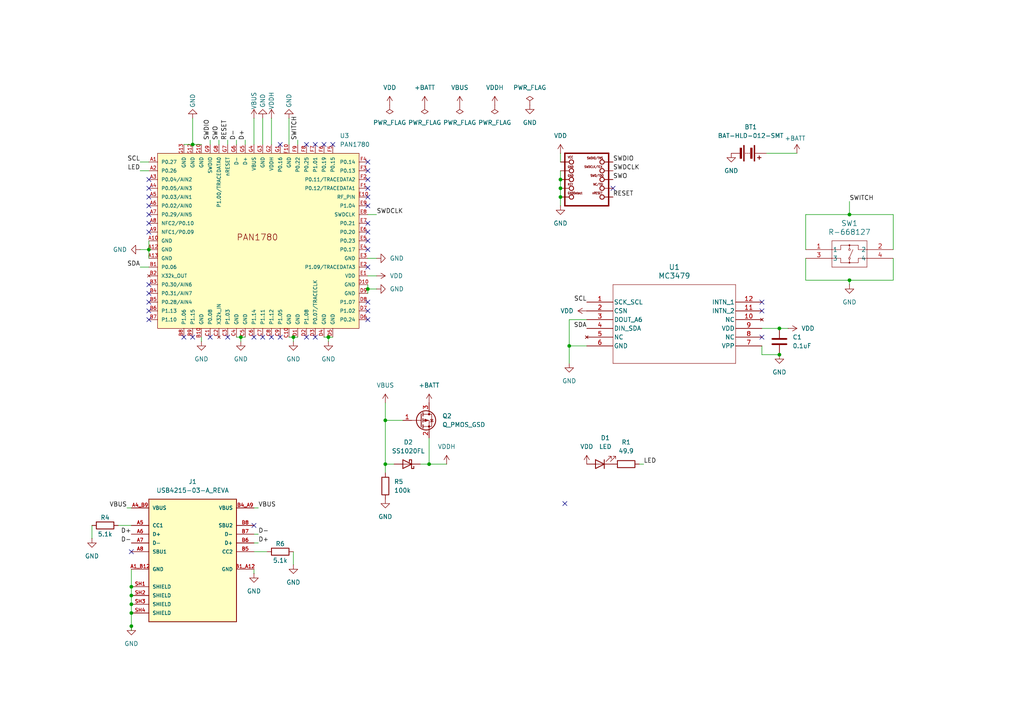
<source format=kicad_sch>
(kicad_sch (version 20231120) (generator "eeschema") (generator_version "8.0")
  (paper "A4")
  (lib_symbols
    (symbol "Device:Battery" (pin_numbers hide) (pin_names (offset 0) hide)
      (property "Reference" "BT" (at 2.54 2.54 0))
      (property "Value" "Battery" (at 2.54 0 0))
      (symbol "Battery_0_1"
        (rectangle (start -2.286 -1.27) (end 2.286 -1.524) (fill (type outline)))
        (rectangle (start -2.286 1.778) (end 2.286 1.524) (fill (type outline)))
        (rectangle (start -1.524 -2.032) (end 1.524 -2.54) (fill (type outline)))
        (rectangle (start -1.524 1.016) (end 1.524 0.508) (fill (type outline)))
        (polyline (pts (xy 0 -1.016) (xy 0 -0.762)))
        (polyline (pts (xy 0 -0.508) (xy 0 -0.254)))
        (polyline (pts (xy 0 0) (xy 0 0.254)))
        (polyline (pts (xy 0 1.778) (xy 0 2.54)))
        (polyline (pts (xy 0.762 3.048) (xy 1.778 3.048)) (stroke (width 0.254)))
        (polyline (pts (xy 1.27 3.556) (xy 1.27 2.54)) (stroke (width 0.254)))
      )
      (symbol "Battery_1_1"
        (pin passive line (at 0 5.08 270) (length 2.54) (name "+") (number "1"))
        (pin passive line (at 0 -5.08 90) (length 2.54) (name "-") (number "2"))
      )
    )
    (symbol "Device:C" (pin_numbers hide) (pin_names (offset 0.254))
      (property "Reference" "C" (at 0.635 2.54 0))
      (property "Value" "C" (at 0.635 -2.54 0))
      (symbol "C_0_1"
        (polyline (pts (xy -2.032 -0.762) (xy 2.032 -0.762)) (stroke (width 0.508)))
        (polyline (pts (xy -2.032 0.762) (xy 2.032 0.762)) (stroke (width 0.508)))
      )
      (symbol "C_1_1"
        (pin passive line (at 0 3.81 270) (length 2.794) (name "~") (number "1"))
        (pin passive line (at 0 -3.81 90) (length 2.794) (name "~") (number "2"))
      )
    )
    (symbol "Device:D_Schottky" (pin_numbers hide) (pin_names (offset 1.016) hide)
      (property "Reference" "D" (at 0 2.54 0))
      (property "Value" "D_Schottky" (at 0 -2.54 0))
      (symbol "D_Schottky_0_1"
        (polyline (pts (xy 1.27 0) (xy -1.27 0)))
        (polyline (pts (xy 1.27 1.27) (xy 1.27 -1.27) (xy -1.27 0) (xy 1.27 1.27)) (stroke (width 0.254)))
        (polyline (pts (xy -1.905 0.635) (xy -1.905 1.27) (xy -1.27 1.27) (xy -1.27 -1.27) (xy -0.635 -1.27) (xy -0.635 -0.635)) (stroke (width 0.254)))
      )
      (symbol "D_Schottky_1_1"
        (pin passive line (at -3.81 0 0) (length 2.54) (name "K") (number "1"))
        (pin passive line (at 3.81 0 180) (length 2.54) (name "A") (number "2"))
      )
    )
    (symbol "Device:LED" (pin_numbers hide) (pin_names (offset 1.016) hide)
      (property "Reference" "D" (at 0 2.54 0))
      (property "Value" "LED" (at 0 -2.54 0))
      (symbol "LED_0_1"
        (polyline (pts (xy -1.27 -1.27) (xy -1.27 1.27)) (stroke (width 0.254)))
        (polyline (pts (xy -1.27 0) (xy 1.27 0)))
        (polyline (pts (xy 1.27 -1.27) (xy 1.27 1.27) (xy -1.27 0) (xy 1.27 -1.27)) (stroke (width 0.254)))
        (polyline (pts (xy -3.048 -0.762) (xy -4.572 -2.286) (xy -3.81 -2.286) (xy -4.572 -2.286) (xy -4.572 -1.524)))
        (polyline (pts (xy -1.778 -0.762) (xy -3.302 -2.286) (xy -2.54 -2.286) (xy -3.302 -2.286) (xy -3.302 -1.524)))
      )
      (symbol "LED_1_1"
        (pin passive line (at -3.81 0 0) (length 2.54) (name "K") (number "1"))
        (pin passive line (at 3.81 0 180) (length 2.54) (name "A") (number "2"))
      )
    )
    (symbol "Device:Q_PMOS_GSD" (pin_names (offset 0) hide)
      (property "Reference" "Q" (at 5.08 1.27 0))
      (property "Value" "Q_PMOS_GSD" (at 5.08 -1.27 0))
      (symbol "Q_PMOS_GSD_0_1"
        (polyline (pts (xy 0.254 0) (xy -2.54 0)))
        (polyline (pts (xy 0.254 1.905) (xy 0.254 -1.905)) (stroke (width 0.254)))
        (polyline (pts (xy 0.762 -1.27) (xy 0.762 -2.286)) (stroke (width 0.254)))
        (polyline (pts (xy 0.762 0.508) (xy 0.762 -0.508)) (stroke (width 0.254)))
        (polyline (pts (xy 0.762 2.286) (xy 0.762 1.27)) (stroke (width 0.254)))
        (polyline (pts (xy 2.54 2.54) (xy 2.54 1.778)))
        (polyline (pts (xy 2.54 -2.54) (xy 2.54 0) (xy 0.762 0)))
        (polyline (pts (xy 0.762 1.778) (xy 3.302 1.778) (xy 3.302 -1.778) (xy 0.762 -1.778)))
        (polyline (pts (xy 2.286 0) (xy 1.27 0.381) (xy 1.27 -0.381) (xy 2.286 0)) (fill (type outline)))
        (polyline (pts (xy 2.794 -0.508) (xy 2.921 -0.381) (xy 3.683 -0.381) (xy 3.81 -0.254)))
        (polyline (pts (xy 3.302 -0.381) (xy 2.921 0.254) (xy 3.683 0.254) (xy 3.302 -0.381)))
        (circle (center 1.651 0) (radius 2.794) (stroke (width 0.254)))
        (circle (center 2.54 -1.778) (radius 0.254) (fill (type outline)))
        (circle (center 2.54 1.778) (radius 0.254) (fill (type outline)))
      )
      (symbol "Q_PMOS_GSD_1_1"
        (pin input line (at -5.08 0 0) (length 2.54) (name "G") (number "1"))
        (pin passive line (at 2.54 -5.08 90) (length 2.54) (name "S") (number "2"))
        (pin passive line (at 2.54 5.08 270) (length 2.54) (name "D") (number "3"))
      )
    )
    (symbol "Device:R" (pin_numbers hide) (pin_names (offset 0))
      (property "Reference" "R" (at 2.032 0 90))
      (property "Value" "R" (at 0 0 90))
      (symbol "R_0_1"
        (rectangle (start -1.016 -2.54) (end 1.016 2.54) (stroke (width 0.254)))
      )
      (symbol "R_1_1"
        (pin passive line (at 0 3.81 270) (length 1.27) (name "~") (number "1"))
        (pin passive line (at 0 -3.81 90) (length 1.27) (name "~") (number "2"))
      )
    )
    (symbol "Snapeda:MC3479" (pin_names (offset 0.254))
      (property "Reference" "U1" (at 25.4 10.16 0))
      (property "Value" "MC3479" (at 25.4 7.62 0))
      (symbol "MC3479_0_1"
        (polyline (pts (xy 7.62 -17.78) (xy 43.18 -17.78)) (stroke (width 0.127)))
        (polyline (pts (xy 7.62 5.08) (xy 7.62 -17.78)) (stroke (width 0.127)))
        (polyline (pts (xy 43.18 -17.78) (xy 43.18 5.08)) (stroke (width 0.127)))
        (polyline (pts (xy 43.18 5.08) (xy 7.62 5.08)) (stroke (width 0.127)))
        (pin unspecified line (at 50.8 -2.54 180) (length 7.62) (name "INTN_2") (number "11"))
        (pin unspecified line (at 50.8 0 180) (length 7.62) (name "INTN_1") (number "12"))
        (pin unspecified line (at 50.8 -10.16 180) (length 7.62) (name "NC") (number "8"))
      )
      (symbol "MC3479_1_1"
        (pin open_collector line (at 0 0 0) (length 7.62) (name "SCK_SCL") (number "1"))
        (pin no_connect line (at 50.8 -5.08 180) (length 7.62) (name "NC") (number "10"))
        (pin power_in line (at 0 -2.54 0) (length 7.62) (name "CSN") (number "2"))
        (pin power_in line (at 0 -5.08 0) (length 7.62) (name "DOUT_A6") (number "3"))
        (pin open_collector line (at 0 -7.62 0) (length 7.62) (name "DIN_SDA") (number "4"))
        (pin no_connect line (at 0 -10.16 0) (length 7.62) (name "NC") (number "5"))
        (pin power_in line (at 0 -12.7 0) (length 7.62) (name "GND") (number "6"))
        (pin power_in line (at 50.8 -12.7 180) (length 7.62) (name "VPP") (number "7"))
        (pin power_in line (at 50.8 -7.62 180) (length 7.62) (name "VDD") (number "9"))
      )
    )
    (symbol "Snapeda:PAN1780" (pin_names (offset 1.016))
      (property "Reference" "U" (at -33.02 27.94 0))
      (property "Value" "PAN1780" (at -33.02 -30.48 0))
      (symbol "PAN1780_0_0"
        (rectangle (start -27.94 25.4) (end 30.48 -25.4) (stroke (width 0.1524)) (fill (type background)))
        (text "PAN1780" (at -5.08 0 0) (effects (font (size 1.778 1.778)) (justify left bottom)))
        (pin bidirectional line (at -30.48 22.86 0) (length 2.54) (name "P0.27") (number "A1"))
        (pin power_in line (at -30.48 0 0) (length 2.54) (name "GND") (number "A10"))
        (pin power_in line (at -30.48 -2.54 0) (length 2.54) (name "GND") (number "A12"))
        (pin power_in line (at -30.48 -5.08 0) (length 2.54) (name "GND") (number "A13"))
        (pin bidirectional line (at -30.48 20.32 0) (length 2.54) (name "P0.26") (number "A2"))
        (pin bidirectional line (at -30.48 17.78 0) (length 2.54) (name "P0.04/AIN2") (number "A3"))
        (pin bidirectional line (at -30.48 15.24 0) (length 2.54) (name "P0.05/AIN3") (number "A4"))
        (pin bidirectional line (at -30.48 12.7 0) (length 2.54) (name "P0.03/AIN1") (number "A5"))
        (pin bidirectional line (at -30.48 10.16 0) (length 2.54) (name "P0.02/AIN0") (number "A6"))
        (pin bidirectional line (at -30.48 7.62 0) (length 2.54) (name "P0.29/AIN5") (number "A7"))
        (pin bidirectional line (at -30.48 -7.62 0) (length 2.54) (name "P0.06") (number "B1"))
        (pin power_in line (at -15.24 -27.94 90) (length 2.54) (name "GND") (number "B10"))
        (pin no_connect line (at -30.48 -10.16 0) (length 2.54) (name "X32k_OUT") (number "B2"))
        (pin bidirectional line (at -30.48 -12.7 0) (length 2.54) (name "P0.30/AIN6") (number "B3"))
        (pin bidirectional line (at -30.48 -15.24 0) (length 2.54) (name "P0.31/AIN7") (number "B4"))
        (pin bidirectional line (at -30.48 -17.78 0) (length 2.54) (name "P0.28/AIN4") (number "B5"))
        (pin bidirectional line (at -30.48 -20.32 0) (length 2.54) (name "P1.13") (number "B6"))
        (pin bidirectional line (at -30.48 -22.86 0) (length 2.54) (name "P1.10") (number "B7"))
        (pin bidirectional line (at -20.32 -27.94 90) (length 2.54) (name "P1.06") (number "B8"))
        (pin bidirectional line (at -17.78 -27.94 90) (length 2.54) (name "P1.15") (number "B9"))
        (pin bidirectional line (at -12.7 -27.94 90) (length 2.54) (name "P0.08") (number "C1"))
        (pin power_in line (at 10.16 -27.94 90) (length 2.54) (name "GND") (number "C10"))
        (pin no_connect line (at -10.16 -27.94 90) (length 2.54) (name "X32k_IN") (number "C2"))
        (pin bidirectional line (at -7.62 -27.94 90) (length 2.54) (name "P1.03") (number "C3"))
        (pin power_in line (at -5.08 -27.94 90) (length 2.54) (name "GND") (number "C4"))
        (pin power_in line (at -2.54 -27.94 90) (length 2.54) (name "GND") (number "C5"))
        (pin bidirectional line (at 0 -27.94 90) (length 2.54) (name "P1.14") (number "C6"))
        (pin bidirectional line (at 2.54 -27.94 90) (length 2.54) (name "P1.11") (number "C7"))
        (pin bidirectional line (at 5.08 -27.94 90) (length 2.54) (name "P1.12") (number "C8"))
        (pin bidirectional line (at 7.62 -27.94 90) (length 2.54) (name "P1.05") (number "C9"))
        (pin power_in line (at 12.7 -27.94 90) (length 2.54) (name "GND") (number "D1"))
        (pin power_in line (at 33.02 -12.7 180) (length 2.54) (name "GND") (number "D10"))
        (pin bidirectional line (at 15.24 -27.94 90) (length 2.54) (name "P1.08") (number "D2"))
        (pin power_in line (at 20.32 -27.94 90) (length 2.54) (name "GND") (number "D4"))
        (pin power_in line (at 22.86 -27.94 90) (length 2.54) (name "GND") (number "D5"))
        (pin bidirectional line (at 33.02 -22.86 180) (length 2.54) (name "P0.24") (number "D6"))
        (pin bidirectional line (at 33.02 -20.32 180) (length 2.54) (name "P1.02") (number "D7"))
        (pin bidirectional line (at 33.02 -17.78 180) (length 2.54) (name "P1.07") (number "D8"))
        (pin power_in line (at 33.02 -15.24 180) (length 2.54) (name "GND") (number "D9"))
        (pin bidirectional line (at 33.02 12.7 180) (length 2.54) (name "RF_PIN") (number "E10"))
        (pin power_in line (at 33.02 -5.08 180) (length 2.54) (name "GND") (number "E3"))
        (pin bidirectional line (at 33.02 -2.54 180) (length 2.54) (name "P0.17") (number "E4"))
        (pin bidirectional line (at 33.02 0 180) (length 2.54) (name "P0.23") (number "E5"))
        (pin bidirectional line (at 33.02 2.54 180) (length 2.54) (name "P0.20") (number "E6"))
        (pin bidirectional line (at 33.02 5.08 180) (length 2.54) (name "P0.21") (number "E7"))
        (pin bidirectional line (at 33.02 7.62 180) (length 2.54) (name "SWDCLK") (number "E8"))
        (pin bidirectional line (at 33.02 10.16 180) (length 2.54) (name "P1.04") (number "E9"))
        (pin power_in line (at 10.16 27.94 270) (length 2.54) (name "GND") (number "F10"))
        (pin bidirectional line (at 33.02 20.32 180) (length 2.54) (name "P0.13") (number "F3"))
        (pin bidirectional line (at 33.02 22.86 180) (length 2.54) (name "P0.14") (number "F4"))
        (pin bidirectional line (at 22.86 27.94 270) (length 2.54) (name "P0.15") (number "F5"))
        (pin bidirectional line (at 20.32 27.94 270) (length 2.54) (name "P0.19") (number "F6"))
        (pin bidirectional line (at 17.78 27.94 270) (length 2.54) (name "P1.01") (number "F7"))
        (pin bidirectional line (at 15.24 27.94 270) (length 2.54) (name "P0.25") (number "F8"))
        (pin bidirectional line (at 12.7 27.94 270) (length 2.54) (name "P0.22") (number "F9"))
        (pin bidirectional line (at 7.62 27.94 270) (length 2.54) (name "P0.16") (number "G1"))
        (pin power_in line (at -15.24 27.94 270) (length 2.54) (name "GND") (number "G10"))
        (pin power_in line (at -17.78 27.94 270) (length 2.54) (name "GND") (number "G12"))
        (pin power_in line (at -20.32 27.94 270) (length 2.54) (name "GND") (number "G13"))
        (pin power_in line (at 2.54 27.94 270) (length 2.54) (name "GND") (number "G3"))
        (pin input line (at -7.62 27.94 270) (length 2.54) (name "nRESET") (number "G7"))
        (pin bidirectional line (at -12.7 27.94 270) (length 2.54) (name "SWDIO") (number "G9"))
      )
      (symbol "PAN1780_1_0"
        (pin bidirectional line (at -30.48 5.08 0) (length 2.54) (name "NFC2/P0.10") (number "A8"))
        (pin bidirectional line (at -30.48 2.54 0) (length 2.54) (name "NFC1/P0.09") (number "A9"))
        (pin bidirectional line (at 17.78 -27.94 90) (length 2.54) (name "P0.07/TRACECLK") (number "D3"))
        (pin power_in line (at 33.02 -10.16 180) (length 2.54) (name "VDD") (number "E1"))
        (pin bidirectional line (at 33.02 -7.62 180) (length 2.54) (name "P1.09/TRACEDATA3") (number "E2"))
        (pin bidirectional line (at 33.02 15.24 180) (length 2.54) (name "P0.12/TRACEDATA1") (number "F1"))
        (pin bidirectional line (at 33.02 17.78 180) (length 2.54) (name "P0.11/TRACEDATA2") (number "F2"))
        (pin power_in line (at 5.08 27.94 270) (length 2.54) (name "VDDH") (number "G2"))
        (pin power_in line (at 0 27.94 270) (length 2.54) (name "VBUS") (number "G4"))
        (pin bidirectional line (at -2.54 27.94 270) (length 2.54) (name "D+") (number "G5"))
        (pin bidirectional line (at -5.08 27.94 270) (length 2.54) (name "D-") (number "G6"))
        (pin bidirectional line (at -10.16 27.94 270) (length 2.54) (name "P1.00/TRACEDATA0") (number "G8"))
      )
    )
    (symbol "Snapeda:R-668127" (pin_names (offset 0.254))
      (property "Reference" "SW" (at 12.7 7.62 0))
      (property "Value" "R-668127" (at 12.7 5.08 0))
      (symbol "R-668127_0_1"
        (polyline (pts (xy 7.62 -5.08) (xy 17.78 -5.08)) (stroke (width 0.127)))
        (polyline (pts (xy 7.62 0) (xy 10.16 0)) (stroke (width 0.127)))
        (polyline (pts (xy 7.62 2.54) (xy 7.62 -5.08)) (stroke (width 0.127)))
        (polyline (pts (xy 10.16 -3.81) (xy 10.16 -2.54)) (stroke (width 0.127)))
        (polyline (pts (xy 10.16 -2.54) (xy 7.62 -2.54)) (stroke (width 0.127)))
        (polyline (pts (xy 10.16 0) (xy 10.16 1.27)) (stroke (width 0.127)))
        (polyline (pts (xy 10.16 1.27) (xy 15.24 1.27)) (stroke (width 0.127)))
        (polyline (pts (xy 12.7 -2.794) (xy 12.7 -3.81)) (stroke (width 0.127)))
        (polyline (pts (xy 12.7 1.27) (xy 12.7 0.254)) (stroke (width 0.127)))
        (polyline (pts (xy 13.716 0) (xy 12.7 -2.286)) (stroke (width 0.127)))
        (polyline (pts (xy 15.24 -3.81) (xy 10.16 -3.81)) (stroke (width 0.127)))
        (polyline (pts (xy 15.24 -2.54) (xy 15.24 -3.81)) (stroke (width 0.127)))
        (polyline (pts (xy 15.24 0) (xy 17.78 0)) (stroke (width 0.127)))
        (polyline (pts (xy 15.24 1.27) (xy 15.24 0)) (stroke (width 0.127)))
        (polyline (pts (xy 17.78 -5.08) (xy 17.78 2.54)) (stroke (width 0.127)))
        (polyline (pts (xy 17.78 -2.54) (xy 15.24 -2.54)) (stroke (width 0.127)))
        (polyline (pts (xy 17.78 2.54) (xy 7.62 2.54)) (stroke (width 0.127)))
        (circle (center 12.7 -3.81) (radius 0.127) (stroke (width 0.254)))
        (circle (center 12.7 -2.54) (radius 0.254) (stroke (width 0.127)))
        (circle (center 12.7 0) (radius 0.254) (stroke (width 0.127)))
        (circle (center 12.7 1.27) (radius 0.127) (stroke (width 0.254)))
      )
      (symbol "R-668127_1_1"
        (pin passive line (at 0 0 0) (length 7.62) (name "1") (number "1"))
        (pin passive line (at 25.4 0 180) (length 7.62) (name "2") (number "2"))
        (pin passive line (at 0 -2.54 0) (length 7.62) (name "3") (number "3"))
        (pin passive line (at 25.4 -2.54 180) (length 7.62) (name "4") (number "4"))
      )
    )
    (symbol "Snapeda:SWD"
      (symbol "SWD_1_0"
        (circle (center -4.445 -5.08) (radius 0.635) (stroke (width 0.254)))
        (circle (center -4.445 -2.54) (radius 0.635) (stroke (width 0.254)))
        (circle (center -4.445 0) (radius 0.635) (stroke (width 0.254)))
        (circle (center -4.445 2.54) (radius 0.635) (stroke (width 0.254)))
        (circle (center -4.445 5.08) (radius 0.635) (stroke (width 0.254)))
        (polyline (pts (xy -6.35 7.62) (xy -6.35 -7.62)) (stroke (width 0.4064)))
        (polyline (pts (xy -6.35 7.62) (xy 6.35 7.62)) (stroke (width 0.4064)))
        (polyline (pts (xy 6.35 -7.62) (xy -6.35 -7.62)) (stroke (width 0.4064)))
        (polyline (pts (xy 6.35 -7.62) (xy 6.35 7.62)) (stroke (width 0.4064)))
        (circle (center 4.445 -5.08) (radius 0.635) (stroke (width 0.254)))
        (circle (center 4.445 -2.54) (radius 0.635) (stroke (width 0.254)))
        (circle (center 4.445 0) (radius 0.635) (stroke (width 0.254)))
        (circle (center 4.445 2.54) (radius 0.635) (stroke (width 0.254)))
        (circle (center 4.445 5.08) (radius 0.635) (stroke (width 0.254)))
        (text "GND" (at -5.588 0.762 0) (effects (font (size 0.635 0.5397)) (justify left bottom)))
        (text "GND" (at -5.588 3.302 0) (effects (font (size 0.635 0.5397)) (justify left bottom)))
        (text "GNDDetect" (at -5.588 -4.318 0) (effects (font (size 0.635 0.5397)) (justify left bottom)))
        (text "KEY" (at -5.588 -1.778 0) (effects (font (size 0.635 0.5397)) (justify left bottom)))
        (text "NC/TDI" (at 1.778 -1.778 0) (effects (font (size 0.635 0.5397)) (justify left bottom)))
        (text "nRESET" (at 1.524 -4.318 0) (effects (font (size 0.635 0.5397)) (justify left bottom)))
        (text "SWDCLK/TCK" (at -0.762 3.302 0) (effects (font (size 0.635 0.5397)) (justify left bottom)))
        (text "SWDIO/TMS" (at 0 5.842 0) (effects (font (size 0.635 0.5397)) (justify left bottom)))
        (text "SWO/TDO" (at 1.016 0.762 0) (effects (font (size 0.635 0.5397)) (justify left bottom)))
        (text "VCC" (at -5.588 6.096 0) (effects (font (size 0.635 0.5397)) (justify left bottom)))
        (pin power_in line (at -7.62 5.08 0) (length 2.54) (name "VCC") (number "1"))
        (pin bidirectional line (at 7.62 -5.08 180) (length 2.54) (name "NRESET") (number "10"))
        (pin bidirectional line (at 7.62 5.08 180) (length 2.54) (name "SWDIO") (number "2"))
        (pin power_in line (at -7.62 2.54 0) (length 2.54) (name "GND@1") (number "3"))
        (pin bidirectional line (at 7.62 2.54 180) (length 2.54) (name "SWDCLK") (number "4"))
        (pin power_in line (at -7.62 0 0) (length 2.54) (name "GND@2") (number "5"))
        (pin bidirectional line (at 7.62 0 180) (length 2.54) (name "SWO") (number "6"))
        (pin power_in line (at -7.62 -2.54 0) (length 2.54) (name "KEY") (number "7"))
        (pin bidirectional line (at 7.62 -2.54 180) (length 2.54) (name "TDI") (number "8"))
        (pin power_in line (at -7.62 -5.08 0) (length 2.54) (name "GNDDETECT") (number "9"))
      )
    )
    (symbol "Snapeda:USB4215-03-A_REVA" (pin_names (offset 1.016))
      (property "Reference" "J" (at -12.7 13.462 0))
      (property "Value" "USB4215-03-A_REVA" (at -12.7 -23.622 0))
      (symbol "USB4215-03-A_REVA_0_0"
        (rectangle (start -12.7 12.7) (end 12.7 -22.86) (stroke (width 0.254)) (fill (type background)))
        (pin bidirectional line (at -17.78 5.08 0) (length 5.08) (name "CC1") (number "A5"))
        (pin bidirectional line (at -17.78 -2.54 0) (length 5.08) (name "SBU1") (number "A8"))
        (pin bidirectional line (at 17.78 -2.54 180) (length 5.08) (name "CC2") (number "B5"))
        (pin bidirectional line (at 17.78 5.08 180) (length 5.08) (name "SBU2") (number "B8"))
        (pin passive line (at -17.78 -12.7 0) (length 5.08) (name "SHIELD") (number "SH1"))
      )
      (symbol "USB4215-03-A_REVA_1_0"
        (pin power_in line (at -17.78 -7.62 0) (length 5.08) (name "GND") (number "A1_B12"))
        (pin power_in line (at -17.78 10.16 0) (length 5.08) (name "VBUS") (number "A4_B9"))
        (pin bidirectional line (at -17.78 2.54 0) (length 5.08) (name "D+") (number "A6"))
        (pin bidirectional line (at -17.78 0 0) (length 5.08) (name "D-") (number "A7"))
        (pin power_in line (at 17.78 -7.62 180) (length 5.08) (name "GND") (number "B1_A12"))
        (pin power_in line (at 17.78 10.16 180) (length 5.08) (name "VBUS") (number "B4_A9"))
        (pin bidirectional line (at 17.78 0 180) (length 5.08) (name "D+") (number "B6"))
        (pin bidirectional line (at 17.78 2.54 180) (length 5.08) (name "D-") (number "B7"))
        (pin passive line (at -17.78 -15.24 0) (length 5.08) (name "SHIELD") (number "SH2"))
        (pin passive line (at -17.78 -17.78 0) (length 5.08) (name "SHIELD") (number "SH3"))
        (pin passive line (at -17.78 -20.32 0) (length 5.08) (name "SHIELD") (number "SH4"))
      )
    )
    (symbol "Snapeda:VDDH" (power) (pin_numbers hide) (pin_names (offset 0) hide)
      (property "Value" "VDDH" (at 0 3.556 0))
      (symbol "VDDH_0_1"
        (polyline (pts (xy -0.762 1.27) (xy 0 2.54)))
        (polyline (pts (xy 0 0) (xy 0 2.54)))
        (polyline (pts (xy 0 2.54) (xy 0.762 1.27)))
      )
      (symbol "VDDH_1_1"
        (pin power_in line (at 0 0 90) (length 0) (name "~") (number "1"))
      )
    )
    (symbol "power:+3V0" (power) (pin_numbers hide) (pin_names (offset 0) hide)
      (property "Value" "+3V0" (at 0 3.556 0))
      (symbol "+3V0_0_1"
        (polyline (pts (xy -0.762 1.27) (xy 0 2.54)))
        (polyline (pts (xy 0 0) (xy 0 2.54)))
        (polyline (pts (xy 0 2.54) (xy 0.762 1.27)))
      )
      (symbol "+3V0_1_1"
        (pin power_in line (at 0 0 90) (length 0) (name "~") (number "1"))
      )
    )
    (symbol "power:+BATT" (power) (pin_numbers hide) (pin_names (offset 0) hide)
      (property "Value" "+BATT" (at 0 3.556 0))
      (symbol "+BATT_0_1"
        (polyline (pts (xy -0.762 1.27) (xy 0 2.54)))
        (polyline (pts (xy 0 0) (xy 0 2.54)))
        (polyline (pts (xy 0 2.54) (xy 0.762 1.27)))
      )
      (symbol "+BATT_1_1"
        (pin power_in line (at 0 0 90) (length 0) (name "~") (number "1"))
      )
    )
    (symbol "power:GND" (power) (pin_numbers hide) (pin_names (offset 0) hide)
      (property "Value" "GND" (at 0 -3.81 0))
      (symbol "GND_0_1"
        (polyline (pts (xy 0 0) (xy 0 -1.27) (xy 1.27 -1.27) (xy 0 -2.54) (xy -1.27 -1.27) (xy 0 -1.27)))
      )
      (symbol "GND_1_1"
        (pin power_in line (at 0 0 270) (length 0) (name "~") (number "1"))
      )
    )
    (symbol "power:PWR_FLAG" (power) (pin_numbers hide) (pin_names (offset 0) hide)
      (property "Value" "PWR_FLAG" (at 0 3.81 0))
      (symbol "PWR_FLAG_0_0"
        (pin power_out line (at 0 0 90) (length 0) (name "~") (number "1"))
      )
      (symbol "PWR_FLAG_0_1"
        (polyline (pts (xy 0 0) (xy 0 1.27) (xy -1.016 1.905) (xy 0 2.54) (xy 1.016 1.905) (xy 0 1.27)))
      )
    )
    (symbol "power:VBUS" (power) (pin_numbers hide) (pin_names (offset 0) hide)
      (property "Value" "VBUS" (at 0 3.556 0))
      (symbol "VBUS_0_1"
        (polyline (pts (xy -0.762 1.27) (xy 0 2.54)))
        (polyline (pts (xy 0 0) (xy 0 2.54)))
        (polyline (pts (xy 0 2.54) (xy 0.762 1.27)))
      )
      (symbol "VBUS_1_1"
        (pin power_in line (at 0 0 90) (length 0) (name "~") (number "1"))
      )
    )
    (symbol "power:VDD" (power) (pin_numbers hide) (pin_names (offset 0) hide)
      (property "Value" "VDD" (at 0 3.556 0))
      (symbol "VDD_0_1"
        (polyline (pts (xy -0.762 1.27) (xy 0 2.54)))
        (polyline (pts (xy 0 0) (xy 0 2.54)))
        (polyline (pts (xy 0 2.54) (xy 0.762 1.27)))
      )
      (symbol "VDD_1_1"
        (pin power_in line (at 0 0 90) (length 0) (name "~") (number "1"))
      )
    )
  )
  (junction (at 162.56 54.61))
  (junction (at 38.1 172.72))
  (junction (at 162.56 52.07))
  (junction (at 95.25 97.79))
  (junction (at 38.1 170.18))
  (junction (at 106.68 83.82))
  (junction (at 85.09 97.79))
  (junction (at 111.76 134.62))
  (junction (at 226.06 95.25))
  (junction (at 38.1 181.61))
  (junction (at 38.1 175.26))
  (junction (at 55.88 41.91))
  (junction (at 246.38 81.28))
  (junction (at 162.56 57.15))
  (junction (at 111.76 121.92))
  (junction (at 226.06 102.87))
  (junction (at 246.38 62.23))
  (junction (at 38.1 177.8))
  (junction (at 124.46 134.62))
  (junction (at 69.85 97.79))
  (junction (at 43.18 72.39))
  (junction (at 165.1 100.33))
  (no_connect (at 106.68 92.71))
  (no_connect (at 106.68 64.77))
  (no_connect (at 91.44 41.91))
  (no_connect (at 106.68 90.17))
  (no_connect (at 73.66 152.4))
  (no_connect (at 43.18 64.77))
  (no_connect (at 66.04 97.79))
  (no_connect (at 43.18 54.61))
  (no_connect (at 43.18 57.15))
  (no_connect (at 106.68 77.47))
  (no_connect (at 220.98 87.63))
  (no_connect (at 55.88 97.79))
  (no_connect (at 106.68 59.69))
  (no_connect (at 81.28 97.79))
  (no_connect (at 106.68 87.63))
  (no_connect (at 43.18 67.31))
  (no_connect (at 220.98 97.79))
  (no_connect (at 106.68 72.39))
  (no_connect (at 76.2 97.79))
  (no_connect (at 43.18 85.09))
  (no_connect (at 106.68 67.31))
  (no_connect (at 43.18 82.55))
  (no_connect (at 43.18 52.07))
  (no_connect (at 91.44 97.79))
  (no_connect (at 106.68 69.85))
  (no_connect (at 43.18 62.23))
  (no_connect (at 43.18 59.69))
  (no_connect (at 163.83 146.05))
  (no_connect (at 81.28 41.91))
  (no_connect (at 43.18 87.63))
  (no_connect (at 106.68 46.99))
  (no_connect (at 38.1 160.02))
  (no_connect (at 93.98 41.91))
  (no_connect (at 220.98 90.17))
  (no_connect (at 106.68 49.53))
  (no_connect (at 88.9 41.91))
  (no_connect (at 53.34 97.79))
  (no_connect (at 106.68 52.07))
  (no_connect (at 78.74 97.79))
  (no_connect (at 177.8 54.61))
  (no_connect (at 106.68 57.15))
  (no_connect (at 73.66 97.79))
  (no_connect (at 43.18 92.71))
  (no_connect (at 60.96 97.79))
  (no_connect (at 106.68 54.61))
  (no_connect (at 43.18 90.17))
  (no_connect (at 88.9 97.79))
  (no_connect (at 96.52 41.91))
  (wire (pts (xy 83.82 34.29) (xy 83.82 41.91)))
  (wire (pts (xy 40.64 72.39) (xy 43.18 72.39)))
  (wire (pts (xy 259.08 81.28) (xy 259.08 74.93)))
  (wire (pts (xy 124.46 127) (xy 124.46 134.62)))
  (wire (pts (xy 246.38 58.42) (xy 246.38 62.23)))
  (wire (pts (xy 111.76 134.62) (xy 114.3 134.62)))
  (wire (pts (xy 109.22 74.93) (xy 106.68 74.93)))
  (wire (pts (xy 233.68 62.23) (xy 233.68 72.39)))
  (wire (pts (xy 73.66 34.29) (xy 73.66 41.91)))
  (wire (pts (xy 43.18 72.39) (xy 43.18 74.93)))
  (wire (pts (xy 111.76 137.16) (xy 111.76 134.62)))
  (wire (pts (xy 165.1 100.33) (xy 165.1 92.71)))
  (wire (pts (xy 38.1 165.1) (xy 38.1 170.18)))
  (wire (pts (xy 233.68 81.28) (xy 246.38 81.28)))
  (wire (pts (xy 69.85 99.06) (xy 69.85 97.79)))
  (wire (pts (xy 40.64 77.47) (xy 43.18 77.47)))
  (wire (pts (xy 106.68 83.82) (xy 106.68 85.09)))
  (wire (pts (xy 26.67 156.21) (xy 26.67 152.4)))
  (wire (pts (xy 233.68 62.23) (xy 246.38 62.23)))
  (wire (pts (xy 78.74 34.29) (xy 78.74 41.91)))
  (wire (pts (xy 34.29 152.4) (xy 38.1 152.4)))
  (wire (pts (xy 259.08 72.39) (xy 259.08 62.23)))
  (wire (pts (xy 106.68 82.55) (xy 106.68 83.82)))
  (wire (pts (xy 95.25 97.79) (xy 96.52 97.79)))
  (wire (pts (xy 226.06 102.87) (xy 220.98 102.87)))
  (wire (pts (xy 228.6 95.25) (xy 226.06 95.25)))
  (wire (pts (xy 53.34 41.91) (xy 55.88 41.91)))
  (wire (pts (xy 246.38 62.23) (xy 259.08 62.23)))
  (wire (pts (xy 233.68 74.93) (xy 233.68 81.28)))
  (wire (pts (xy 66.04 40.64) (xy 66.04 41.91)))
  (wire (pts (xy 73.66 166.37) (xy 73.66 165.1)))
  (wire (pts (xy 43.18 69.85) (xy 43.18 72.39)))
  (wire (pts (xy 69.85 97.79) (xy 71.12 97.79)))
  (wire (pts (xy 60.96 40.64) (xy 60.96 41.91)))
  (wire (pts (xy 109.22 80.01) (xy 106.68 80.01)))
  (wire (pts (xy 246.38 81.28) (xy 259.08 81.28)))
  (wire (pts (xy 74.93 157.48) (xy 73.66 157.48)))
  (wire (pts (xy 109.22 83.82) (xy 106.68 83.82)))
  (wire (pts (xy 85.09 163.83) (xy 85.09 160.02)))
  (wire (pts (xy 226.06 95.25) (xy 220.98 95.25)))
  (wire (pts (xy 220.98 100.33) (xy 220.98 102.87)))
  (wire (pts (xy 124.46 134.62) (xy 129.54 134.62)))
  (wire (pts (xy 38.1 181.61) (xy 38.1 182.88)))
  (wire (pts (xy 121.92 134.62) (xy 124.46 134.62)))
  (wire (pts (xy 63.5 40.64) (xy 63.5 41.91)))
  (wire (pts (xy 68.58 40.64) (xy 68.58 41.91)))
  (wire (pts (xy 76.2 34.29) (xy 76.2 41.91)))
  (wire (pts (xy 77.47 160.02) (xy 73.66 160.02)))
  (wire (pts (xy 162.56 49.53) (xy 162.56 52.07)))
  (wire (pts (xy 86.36 40.64) (xy 86.36 41.91)))
  (wire (pts (xy 246.38 81.28) (xy 246.38 82.55)))
  (wire (pts (xy 38.1 177.8) (xy 38.1 181.61)))
  (wire (pts (xy 162.56 57.15) (xy 162.56 59.69)))
  (wire (pts (xy 109.22 62.23) (xy 106.68 62.23)))
  (wire (pts (xy 165.1 105.41) (xy 165.1 100.33)))
  (wire (pts (xy 93.98 97.79) (xy 95.25 97.79)))
  (wire (pts (xy 95.25 99.06) (xy 95.25 97.79)))
  (wire (pts (xy 55.88 34.29) (xy 55.88 41.91)))
  (wire (pts (xy 40.64 49.53) (xy 43.18 49.53)))
  (wire (pts (xy 58.42 99.06) (xy 58.42 97.79)))
  (wire (pts (xy 111.76 121.92) (xy 116.84 121.92)))
  (wire (pts (xy 68.58 97.79) (xy 69.85 97.79)))
  (wire (pts (xy 222.25 44.45) (xy 231.14 44.45)))
  (wire (pts (xy 38.1 175.26) (xy 38.1 177.8)))
  (wire (pts (xy 36.83 147.32) (xy 38.1 147.32)))
  (wire (pts (xy 38.1 170.18) (xy 38.1 172.72)))
  (wire (pts (xy 111.76 116.84) (xy 111.76 121.92)))
  (wire (pts (xy 74.93 147.32) (xy 73.66 147.32)))
  (wire (pts (xy 162.56 54.61) (xy 162.56 57.15)))
  (wire (pts (xy 38.1 172.72) (xy 38.1 175.26)))
  (wire (pts (xy 55.88 41.91) (xy 58.42 41.91)))
  (wire (pts (xy 162.56 44.45) (xy 162.56 46.99)))
  (wire (pts (xy 165.1 92.71) (xy 170.18 92.71)))
  (wire (pts (xy 165.1 100.33) (xy 170.18 100.33)))
  (wire (pts (xy 71.12 40.64) (xy 71.12 41.91)))
  (wire (pts (xy 85.09 99.06) (xy 85.09 97.79)))
  (wire (pts (xy 74.93 154.94) (xy 73.66 154.94)))
  (wire (pts (xy 40.64 46.99) (xy 43.18 46.99)))
  (wire (pts (xy 186.69 134.62) (xy 185.42 134.62)))
  (wire (pts (xy 162.56 52.07) (xy 162.56 54.61)))
  (wire (pts (xy 111.76 121.92) (xy 111.76 134.62)))
  (wire (pts (xy 85.09 97.79) (xy 86.36 97.79)))
  (wire (pts (xy 83.82 97.79) (xy 85.09 97.79)))
  (label "D+" (at 71.12 40.64 90))
  (label "SCL" (at 40.64 46.99 180))
  (label "RESET" (at 66.04 40.64 90))
  (label "SWDCLK" (at 109.22 62.23 0))
  (label "SDA" (at 170.18 95.25 180))
  (label "D+" (at 38.1 154.94 180))
  (label "SWITCH" (at 86.36 40.64 90))
  (label "RESET" (at 177.8 57.15 0))
  (label "D+" (at 74.93 157.48 0))
  (label "SDA" (at 40.64 77.47 180))
  (label "SWDIO" (at 60.96 40.64 90))
  (label "D-" (at 38.1 157.48 180))
  (label "SWDCLK" (at 177.8 49.53 0))
  (label "VBUS" (at 36.83 147.32 180))
  (label "LED" (at 40.64 49.53 180))
  (label "LED" (at 186.69 134.62 0))
  (label "SWITCH" (at 246.38 58.42 0))
  (label "D-" (at 74.93 154.94 0))
  (label "D-" (at 68.58 40.64 90))
  (label "SCL" (at 170.18 87.63 180))
  (label "VBUS" (at 74.93 147.32 0))
  (label "SWO" (at 177.8 52.07 0))
  (label "SWDIO" (at 177.8 46.99 0))
  (label "SWO" (at 63.5 40.64 90))
  (symbol (lib_id "power:PWR_FLAG") (at 123.19 30.48 180) (unit 1)
    (property "Reference" "#FLG04" (effects (hide yes)))
    (property "Value" "PWR_FLAG" (at 123.19 35.56 0))
    (property "Description" "Special symbol for telling ERC where power comes from" (effects (hide yes)))
  )
  (symbol (lib_id "Device:R") (at 81.28 160.02 90) (unit 1)
    (property "Reference" "R6" (at 81.28 157.734 90))
    (property "Value" "5.1k" (at 81.28 162.56 90))
    (property "Footprint" "Resistor_SMD:R_0402_1005Metric" (effects (hide yes)))
    (property "Datasheet" "https://www.digikey.com/en/products/detail/panasonic-electronic-components/ERJ-2GEJ512X/147044" (effects (hide yes)))
    (property "Description" "Resistor" (effects (hide yes)))
  )
  (symbol (lib_id "power:+BATT") (at 124.46 116.84 0) (unit 1)
    (property "Reference" "#PWR013" (effects (hide yes)))
    (property "Value" "+BATT" (at 124.46 111.76 0))
    (property "Description" "Power symbol creates a global label with name \"+BATT\"" (effects (hide yes)))
  )
  (symbol (lib_id "Device:R") (at 111.76 140.97 0) (unit 1)
    (property "Reference" "R5" (at 114.3 139.6999 0) (effects (justify left)))
    (property "Value" "100k" (at 114.3 142.2399 0) (effects (justify left)))
    (property "Footprint" "Resistor_SMD:R_0402_1005Metric" (effects (hide yes)))
    (property "Datasheet" "https://www.digikey.com/en/products/detail/panasonic-electronic-components/ERJ-2RKF1003X/192081" (effects (hide yes)))
    (property "Description" "Resistor" (effects (hide yes)))
  )
  (symbol (lib_id "power:GND") (at 153.67 30.48 0) (unit 1)
    (property "Reference" "#PWR024" (effects (hide yes)))
    (property "Value" "GND" (at 153.67 35.56 0))
    (property "Description" "Power symbol creates a global label with name \"GND\" , ground" (effects (hide yes)))
  )
  (symbol (lib_id "power:GND") (at 162.56 59.69 0) (unit 1)
    (property "Reference" "#PWR01" (effects (hide yes)))
    (property "Value" "GND" (at 162.56 64.77 0))
    (property "Description" "Power symbol creates a global label with name \"GND\" , ground" (effects (hide yes)))
  )
  (symbol (lib_id "Snapeda:VDDH") (at 78.74 34.29 0) (unit 1)
    (property "Reference" "#PWR028" (effects (hide yes)))
    (property "Value" "VDDH" (at 78.74 29.21 90))
    (property "Description" "Power symbol creates a global label with name \"VDDH\"" (effects (hide yes)))
  )
  (symbol (lib_id "power:GND") (at 58.42 99.06 0) (unit 1)
    (property "Reference" "#PWR022" (effects (hide yes)))
    (property "Value" "GND" (at 58.42 104.14 0))
    (property "Description" "Power symbol creates a global label with name \"GND\" , ground" (effects (hide yes)))
  )
  (symbol (lib_id "power:GND") (at 38.1 181.61 0) (unit 1)
    (property "Reference" "#PWR015" (effects (hide yes)))
    (property "Value" "GND" (at 38.1 186.69 0))
    (property "Description" "Power symbol creates a global label with name \"GND\" , ground" (effects (hide yes)))
  )
  (symbol (lib_id "Device:R") (at 181.61 134.62 90) (unit 1)
    (property "Reference" "R1" (at 181.61 128.27 90))
    (property "Value" "49.9" (at 181.61 130.81 90))
    (property "Footprint" "Resistor_SMD:R_0402_1005Metric" (effects (hide yes)))
    (property "Datasheet" "https://www.digikey.com/en/products/detail/panasonic-electronic-components/ERJ-2RKF49R9X/192382" (effects (hide yes)))
    (property "Description" "Resistor" (effects (hide yes)))
  )
  (symbol (lib_id "power:+BATT") (at 231.14 44.45 0) (unit 1)
    (property "Reference" "#PWR012" (effects (hide yes)))
    (property "Value" "+BATT" (at 230.632 40.132 0))
    (property "Description" "Power symbol creates a global label with name \"+BATT\"" (effects (hide yes)))
  )
  (symbol (lib_id "power:GND") (at 73.66 166.37 0) (unit 1)
    (property "Reference" "#PWR09" (effects (hide yes)))
    (property "Value" "GND" (at 73.66 171.45 0))
    (property "Description" "Power symbol creates a global label with name \"GND\" , ground" (effects (hide yes)))
  )
  (symbol (lib_id "power:GND") (at 69.85 99.06 0) (unit 1)
    (property "Reference" "#PWR021" (effects (hide yes)))
    (property "Value" "GND" (at 69.85 104.14 0))
    (property "Description" "Power symbol creates a global label with name \"GND\" , ground" (effects (hide yes)))
  )
  (symbol (lib_id "power:GND") (at 226.06 102.87 0) (unit 1)
    (property "Reference" "#PWR05" (effects (hide yes)))
    (property "Value" "GND" (at 226.06 107.95 0))
    (property "Description" "Power symbol creates a global label with name \"GND\" , ground" (effects (hide yes)))
  )
  (symbol (lib_id "power:GND") (at 55.88 34.29 180) (unit 1)
    (property "Reference" "#PWR010" (effects (hide yes)))
    (property "Value" "GND" (at 55.88 29.21 90))
    (property "Description" "Power symbol creates a global label with name \"GND\" , ground" (effects (hide yes)))
  )
  (symbol (lib_id "power:GND") (at 111.76 144.78 0) (unit 1)
    (property "Reference" "#PWR032" (effects (hide yes)))
    (property "Value" "GND" (at 111.76 149.86 0))
    (property "Description" "Power symbol creates a global label with name \"GND\" , ground" (effects (hide yes)))
  )
  (symbol (lib_id "power:GND") (at 85.09 163.83 0) (unit 1)
    (property "Reference" "#PWR04" (effects (hide yes)))
    (property "Value" "GND" (at 85.09 168.91 0))
    (property "Description" "Power symbol creates a global label with name \"GND\" , ground" (effects (hide yes)))
  )
  (symbol (lib_id "power:GND") (at 40.64 72.39 270) (unit 1)
    (property "Reference" "#PWR017" (effects (hide yes)))
    (property "Value" "GND" (at 36.83 72.3899 90) (effects (justify right)))
    (property "Description" "Power symbol creates a global label with name \"GND\" , ground" (effects (hide yes)))
  )
  (symbol (lib_id "power:GND") (at 109.22 74.93 90) (unit 1)
    (property "Reference" "#PWR018" (effects (hide yes)))
    (property "Value" "GND" (at 113.03 74.9299 90) (effects (justify right)))
    (property "Description" "Power symbol creates a global label with name \"GND\" , ground" (effects (hide yes)))
  )
  (symbol (lib_id "power:GND") (at 95.25 99.06 0) (unit 1)
    (property "Reference" "#PWR020" (effects (hide yes)))
    (property "Value" "GND" (at 95.25 104.14 0))
    (property "Description" "Power symbol creates a global label with name \"GND\" , ground" (effects (hide yes)))
  )
  (symbol (lib_id "power:VBUS") (at 73.66 34.29 0) (unit 1)
    (property "Reference" "#PWR029" (effects (hide yes)))
    (property "Value" "VBUS" (at 73.66 29.21 90))
    (property "Description" "Power symbol creates a global label with name \"VBUS\"" (effects (hide yes)))
  )
  (symbol (lib_id "power:PWR_FLAG") (at 133.35 30.48 180) (unit 1)
    (property "Reference" "#FLG03" (effects (hide yes)))
    (property "Value" "PWR_FLAG" (at 133.35 35.56 0))
    (property "Description" "Special symbol for telling ERC where power comes from" (effects (hide yes)))
  )
  (symbol (lib_id "power:GND") (at 165.1 105.41 0) (unit 1)
    (property "Reference" "#PWR07" (effects (hide yes)))
    (property "Value" "GND" (at 165.1 110.49 0))
    (property "Description" "Power symbol creates a global label with name \"GND\" , ground" (effects (hide yes)))
  )
  (symbol (lib_id "power:PWR_FLAG") (at 143.51 30.48 180) (unit 1)
    (property "Reference" "#FLG01" (effects (hide yes)))
    (property "Value" "PWR_FLAG" (at 143.51 35.56 0))
    (property "Description" "Special symbol for telling ERC where power comes from" (effects (hide yes)))
  )
  (symbol (lib_id "power:PWR_FLAG") (at 153.67 30.48 0) (unit 1)
    (property "Reference" "#FLG02" (effects (hide yes)))
    (property "Value" "PWR_FLAG" (at 153.67 25.4 0))
    (property "Description" "Special symbol for telling ERC where power comes from" (effects (hide yes)))
  )
  (symbol (lib_id "power:VBUS") (at 111.76 116.84 0) (unit 1)
    (property "Reference" "#PWR027" (effects (hide yes)))
    (property "Value" "VBUS" (at 111.76 111.76 0))
    (property "Description" "Power symbol creates a global label with name \"VBUS\"" (effects (hide yes)))
  )
  (symbol (lib_id "Device:Battery") (at 217.17 44.45 270) (unit 1)
    (property "Reference" "BT1" (at 217.7415 36.83 90))
    (property "Value" "BAT-HLD-012-SMT" (at 217.7415 39.37 90))
    (property "Footprint" "Snapeda:BAT-HLD-012-SMT_TEC" (effects (hide yes)))
    (property "Description" "Multiple-cell battery" (effects (hide yes)))
  )
  (symbol (lib_id "power:VDD") (at 113.03 30.48 0) (unit 1)
    (property "Reference" "#PWR035" (effects (hide yes)))
    (property "Value" "VDD" (at 113.03 25.4 0))
    (property "Description" "Power symbol creates a global label with name \"VDD\"" (effects (hide yes)))
  )
  (symbol (lib_id "Snapeda:VDDH") (at 143.51 30.48 0) (unit 1)
    (property "Reference" "#PWR030" (effects (hide yes)))
    (property "Value" "VDDH" (at 143.51 25.4 0))
    (property "Description" "Power symbol creates a global label with name \"VDDH\"" (effects (hide yes)))
  )
  (symbol (lib_id "power:GND") (at 26.67 156.21 0) (unit 1)
    (property "Reference" "#PWR08" (effects (hide yes)))
    (property "Value" "GND" (at 26.67 161.29 0))
    (property "Description" "Power symbol creates a global label with name \"GND\" , ground" (effects (hide yes)))
  )
  (symbol (lib_id "Snapeda:PAN1780") (at 73.66 69.85 0) (unit 1)
    (property "Reference" "U3" (at 98.5394 39.37 0) (effects (justify left)))
    (property "Value" "PAN1780" (at 98.5394 41.91 0) (effects (justify left)))
    (property "Footprint" "Snapeda:PAN1780_PAN1780FP" (effects (hide yes)))
    (property "MF" "Panasonic" (effects (hide yes)))
    (property "Description_1" "\nENW89854A3KF, nRF52840 series Transceiver; 802.15.4, Bluetooth® 5, NFC Evaluation Board\n" (effects (hide yes)))
    (property "Package" "Package" (effects (hide yes)))
    (property "Price" "None" (effects (hide yes)))
    (property "SnapEDA_Link" "https://www.snapeda.com/parts/PAN1780/Panasonic/view-part/?ref=snap" (effects (hide yes)))
    (property "MP" "PAN1780" (effects (hide yes)))
    (property "Availability" "In Stock" (effects (hide yes)))
    (property "Check_prices" "https://www.snapeda.com/parts/PAN1780/Panasonic/view-part/?ref=eda" (effects (hide yes)))
  )
  (symbol (lib_id "power:VBUS") (at 133.35 30.48 0) (unit 1)
    (property "Reference" "#PWR033" (effects (hide yes)))
    (property "Value" "VBUS" (at 133.35 25.4 0))
    (property "Description" "Power symbol creates a global label with name \"VBUS\"" (effects (hide yes)))
  )
  (symbol (lib_id "Snapeda:VDDH") (at 129.54 134.62 0) (unit 1)
    (property "Reference" "#PWR026" (effects (hide yes)))
    (property "Value" "VDDH" (at 129.54 129.54 0))
    (property "Description" "Power symbol creates a global label with name \"VDDH\"" (effects (hide yes)))
  )
  (symbol (lib_id "Device:C") (at 226.06 99.06 0) (unit 1)
    (property "Reference" "C1" (at 229.87 97.7899 0) (effects (justify left)))
    (property "Value" "0.1uF" (at 229.87 100.3299 0) (effects (justify left)))
    (property "Footprint" "Snapeda:CAP_CL05_SAM" (effects (hide yes)))
    (property "Datasheet" "https://www.digikey.com/en/products/detail/samsung-electro-mechanics/CL05B104KP5NNNC/3886660" (effects (hide yes)))
    (property "Description" "Unpolarized capacitor" (effects (hide yes)))
  )
  (symbol (lib_id "Device:LED") (at 173.99 134.62 180) (unit 1)
    (property "Reference" "D1" (at 175.5775 127 0))
    (property "Value" "LED" (at 175.5775 129.54 0))
    (property "Footprint" "LED_SMD:LED_0402_1005Metric" (effects (hide yes)))
    (property "Datasheet" "https://www.digikey.com/en/products/detail/harvatek-corporation/B2841URO-20C001114U1930/16729547" (effects (hide yes)))
    (property "Description" "Light emitting diode" (effects (hide yes)))
  )
  (symbol (lib_id "Snapeda:MC3479") (at 170.18 87.63 0) (unit 1)
    (property "Reference" "U1" (at 195.58 77.47 0) (effects (font (size 1.524 1.524))))
    (property "Value" "MC3479" (at 195.58 80.01 0) (effects (font (size 1.524 1.524))))
    (property "Footprint" "Snapeda:MC3479_MEM" (effects (hide yes)))
    (property "Datasheet" "MC3479" (effects (hide yes)))
  )
  (symbol (lib_id "power:GND") (at 76.2 34.29 180) (unit 1)
    (property "Reference" "#PWR016" (effects (hide yes)))
    (property "Value" "GND" (at 76.2 29.21 90))
    (property "Description" "Power symbol creates a global label with name \"GND\" , ground" (effects (hide yes)))
  )
  (symbol (lib_id "power:VDD") (at 170.18 134.62 0) (unit 1)
    (property "Reference" "#PWR014" (effects (hide yes)))
    (property "Value" "VDD" (at 170.18 129.54 0))
    (property "Description" "Power symbol creates a global label with name \"VDD\"" (effects (hide yes)))
  )
  (symbol (lib_id "power:VDD") (at 170.18 90.17 90) (unit 1)
    (property "Reference" "#PWR02" (effects (hide yes)))
    (property "Value" "VDD" (at 166.37 90.1699 90) (effects (justify left)))
    (property "Description" "Power symbol creates a global label with name \"VDD\"" (effects (hide yes)))
  )
  (symbol (lib_id "power:VDD") (at 109.22 80.01 270) (unit 1)
    (property "Reference" "#PWR036" (effects (hide yes)))
    (property "Value" "VDD" (at 113.03 80.0099 90) (effects (justify left)))
    (property "Description" "Power symbol creates a global label with name \"VDD\"" (effects (hide yes)))
  )
  (symbol (lib_id "Snapeda:USB4215-03-A_REVA") (at 55.88 157.48 0) (unit 1)
    (property "Reference" "J1" (at 55.88 139.7 0))
    (property "Value" "USB4215-03-A_REVA" (at 55.88 142.24 0))
    (property "Footprint" "Snapeda:USB4215-03-A_REVA_GCT_USB4215-03-A_REVA" (effects (hide yes)))
    (property "Datasheet" "https://www.digikey.com/en/products/detail/gct/USB4215-03-A/24395489" (effects (hide yes)))
    (property "MF" "Global Connector Technology" (effects (hide yes)))
    (property "MAXIMUM_PACKAGE_HEIGHT" "3.16mm" (effects (hide yes)))
    (property "Package" "None" (effects (hide yes)))
    (property "Price" "None" (effects (hide yes)))
    (property "Check_prices" "https://www.snapeda.com/parts/USB4215-03-A/Global+Connector+Technology/view-part/?ref=eda" (effects (hide yes)))
    (property "STANDARD" "Manufacturer Recommendations" (effects (hide yes)))
    (property "PARTREV" "A" (effects (hide yes)))
    (property "SnapEDA_Link" "https://www.snapeda.com/parts/USB4215-03-A/Global+Connector+Technology/view-part/?ref=snap" (effects (hide yes)))
    (property "MP" "USB4215-03-A" (effects (hide yes)))
    (property "Purchase-URL" "https://www.snapeda.com/api/url_track_click_mouser/?unipart_id=15915870&manufacturer=Global Connector Technology&part_name=USB4215-03-A&search_term=usb4215-03-a" (effects (hide yes)))
    (property "Description_1" "\nUSB-C (USB TYPE-C) USB 2.0 Receptacle Connector 24 (16+8 Dummy) Position Surface Mount, Right Angle; Through Hole\n" (effects (hide yes)))
    (property "MANUFACTURER" "Global Connector Technology" (effects (hide yes)))
    (property "Availability" "In Stock" (effects (hide yes)))
    (property "SNAPEDA_PN" "USB4215-03-A" (effects (hide yes)))
  )
  (symbol (lib_id "Device:R") (at 30.48 152.4 90) (unit 1)
    (property "Reference" "R4" (at 30.48 150.114 90))
    (property "Value" "5.1k" (at 30.48 154.94 90))
    (property "Footprint" "Resistor_SMD:R_0402_1005Metric" (effects (hide yes)))
    (property "Datasheet" "https://www.digikey.com/en/products/detail/panasonic-electronic-components/ERJ-2GEJ512X/147044" (effects (hide yes)))
    (property "Description" "Resistor" (effects (hide yes)))
  )
  (symbol (lib_id "Device:D_Schottky") (at 118.11 134.62 180) (unit 1)
    (property "Reference" "D2" (at 118.4275 128.27 0))
    (property "Value" "SS1020FL" (at 118.4275 130.81 0))
    (property "Footprint" "Snapeda:SS1020FL" (effects (hide yes)))
    (property "Description" "Schottky diode" (effects (hide yes)))
    (property "URL" "https://www.digikey.com/en/products/detail/panjit-international-inc/SS1020FL-R1-00001/14660363" (effects (hide yes)))
  )
  (symbol (lib_id "power:VDD") (at 162.56 44.45 0) (unit 1)
    (property "Reference" "#PWR06" (effects (hide yes)))
    (property "Value" "VDD" (at 162.56 39.37 0))
    (property "Description" "Power symbol creates a global label with name \"VDD\"" (effects (hide yes)))
  )
  (symbol (lib_id "power:GND") (at 85.09 99.06 0) (unit 1)
    (property "Reference" "#PWR023" (effects (hide yes)))
    (property "Value" "GND" (at 85.09 104.14 0))
    (property "Description" "Power symbol creates a global label with name \"GND\" , ground" (effects (hide yes)))
  )
  (symbol (lib_id "power:+3V0") (at 228.6 95.25 270) (unit 1)
    (property "Reference" "#PWR03" (effects (hide yes)))
    (property "Value" "VDD" (at 232.41 95.2499 90) (effects (justify left)))
    (property "Description" "Power symbol creates a global label with name \"+3V0\"" (effects (hide yes)))
  )
  (symbol (lib_id "Snapeda:R-668127") (at 233.68 72.39 0) (unit 1)
    (property "Reference" "SW1" (at 246.38 64.77 0) (effects (font (size 1.524 1.524))))
    (property "Value" "R-668127" (at 246.38 67.31 0) (effects (font (size 1.524 1.524))))
    (property "Footprint" "Snapeda:R-668127_MIT" (effects (hide yes)))
    (property "Datasheet" "https://www.digikey.com/en/products/detail/mitsumi-electric-company-ltd/R-668127/11591293" (effects (hide yes)))
  )
  (symbol (lib_id "Snapeda:SWD") (at 170.18 52.07 0) (unit 1)
    (property "Reference" "SWD2" (effects (hide yes)))
    (property "Footprint" "Snapeda:SWD Contacts" (effects (hide yes)))
  )
  (symbol (lib_id "power:+BATT") (at 123.19 30.48 0) (unit 1)
    (property "Reference" "#PWR034" (effects (hide yes)))
    (property "Value" "+BATT" (at 123.19 25.4 0))
    (property "Description" "Power symbol creates a global label with name \"+BATT\"" (effects (hide yes)))
  )
  (symbol (lib_id "power:GND") (at 83.82 34.29 180) (unit 1)
    (property "Reference" "#PWR025" (effects (hide yes)))
    (property "Value" "GND" (at 83.82 29.21 90))
    (property "Description" "Power symbol creates a global label with name \"GND\" , ground" (effects (hide yes)))
  )
  (symbol (lib_id "Device:Q_PMOS_GSD") (at 121.92 121.92 0) (unit 1)
    (property "Reference" "Q2" (at 128.27 120.6499 0) (effects (justify left)))
    (property "Value" "Q_PMOS_GSD" (at 128.27 123.1899 0) (effects (justify left)))
    (property "Footprint" "Package_TO_SOT_SMD:SOT-23" (effects (hide yes)))
    (property "Datasheet" "https://www.digikey.com/en/products/detail/good-ark-semiconductor/GSFC3415C/24613090" (effects (hide yes)))
    (property "Description" "P-MOSFET transistor, gate/source/drain" (effects (hide yes)))
  )
  (symbol (lib_id "power:GND") (at 246.38 82.55 0) (unit 1)
    (property "Reference" "#PWR011" (effects (hide yes)))
    (property "Value" "GND" (at 246.38 87.63 0))
    (property "Description" "Power symbol creates a global label with name \"GND\" , ground" (effects (hide yes)))
  )
  (symbol (lib_id "power:GND") (at 109.22 83.82 90) (unit 1)
    (property "Reference" "#PWR019" (effects (hide yes)))
    (property "Value" "GND" (at 113.03 83.8199 90) (effects (justify right)))
    (property "Description" "Power symbol creates a global label with name \"GND\" , ground" (effects (hide yes)))
  )
  (symbol (lib_id "power:PWR_FLAG") (at 113.03 30.48 180) (unit 1)
    (property "Reference" "#FLG05" (effects (hide yes)))
    (property "Value" "PWR_FLAG" (at 113.03 35.56 0))
    (property "Description" "Special symbol for telling ERC where power comes from" (effects (hide yes)))
  )
  (symbol (lib_id "power:GND") (at 212.09 44.45 0) (unit 1)
    (property "Reference" "#PWR031" (effects (hide yes)))
    (property "Value" "GND" (at 212.09 49.53 0))
    (property "Description" "Power symbol creates a global label with name \"GND\" , ground" (effects (hide yes)))
  )
)
</source>
